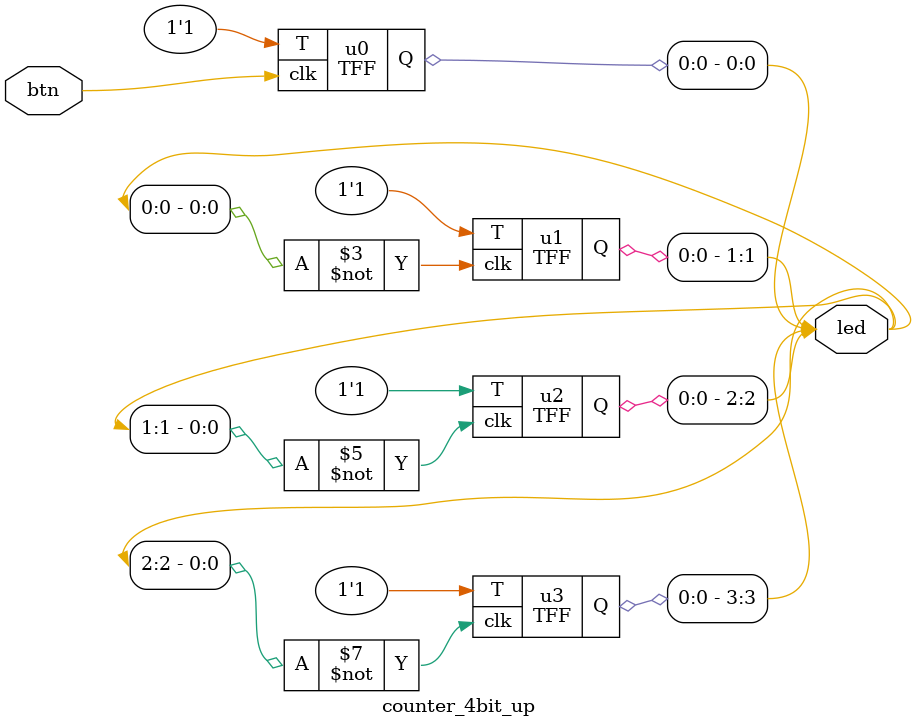
<source format=v>
`timescale 1ns / 1ps


module TFF(
    input       T,
    input       clk,
    output reg  Q
    );
 
    initial Q = 0;
    
    always @ (posedge clk) begin
 
        if (T) begin
            Q <= ~Q;
        end
    
    end
    
endmodule

module counter_4bit_up(
    input       btn, 
    output   [3:0] led
    );
       
//  TFF     (T,   clk,    Q);  
    TFF u0  (1,     btn, led[0]);
    TFF u1  (1, ~led[0], led[1]);
    TFF u2  (1, ~led[1], led[2]);
    TFF u3  (1, ~led[2], led[3]);
    
endmodule

</source>
